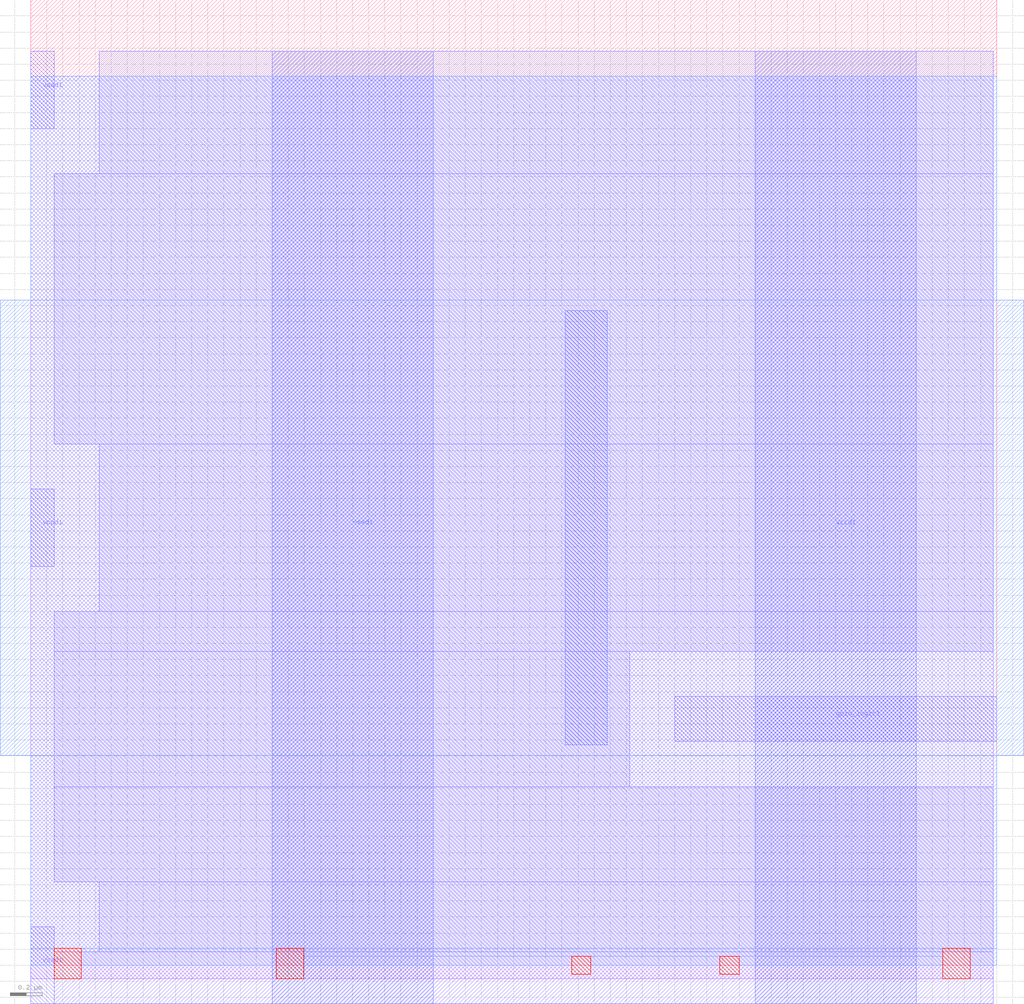
<source format=lef>
VERSION 5.7 ;
  NOWIREEXTENSIONATPIN ON ;
  DIVIDERCHAR "/" ;
  BUSBITCHARS "[]" ;
MACRO gpio_logic_high
  CLASS BLOCK ;
  FOREIGN gpio_logic_high ;
  ORIGIN 0.000 0.000 ;
  SIZE 6.000 BY 6.000 ;
  PIN gpio_logic1
    DIRECTION OUTPUT ;
    USE SIGNAL ;
    PORT
      LAYER met1 ;
        RECT 4.000 1.390 6.000 1.670 ;
    END
  END gpio_logic1
  PIN vccd1
    DIRECTION INOUT ;
    USE POWER ;
    PORT
      LAYER met2 ;
        RECT 4.500 -0.240 5.500 5.680 ;
    END
    PORT
      LAYER met1 ;
        RECT 0.000 2.480 0.145 2.960 ;
    END
  END vccd1
  PIN vssd1
    DIRECTION INOUT ;
    USE GROUND ;
    PORT
      LAYER met2 ;
        RECT 1.500 -0.240 2.500 5.680 ;
    END
    PORT
      LAYER met1 ;
        RECT 0.000 -0.240 0.145 0.240 ;
    END
    PORT
      LAYER met1 ;
        RECT 0.000 5.200 0.145 5.680 ;
    END
  END vssd1
  OBS
      LAYER nwell ;
        RECT 0.000 4.135 6.000 5.525 ;
        RECT -0.190 1.305 6.170 4.135 ;
        RECT 0.000 0.105 6.000 1.305 ;
        RECT 0.000 0.000 0.145 0.105 ;
      LAYER pwell ;
        RECT 0.145 -0.085 0.315 0.105 ;
      LAYER nwell ;
        RECT 0.315 0.000 1.525 0.105 ;
      LAYER pwell ;
        RECT 1.525 -0.085 1.695 0.105 ;
      LAYER nwell ;
        RECT 1.695 0.055 5.665 0.105 ;
        RECT 1.695 0.000 3.360 0.055 ;
      LAYER pwell ;
        RECT 3.360 -0.055 3.480 0.055 ;
      LAYER nwell ;
        RECT 3.480 0.000 4.280 0.055 ;
      LAYER pwell ;
        RECT 4.280 -0.055 4.400 0.055 ;
      LAYER nwell ;
        RECT 4.400 0.000 5.665 0.055 ;
      LAYER pwell ;
        RECT 5.665 -0.085 5.835 0.105 ;
      LAYER nwell ;
        RECT 5.835 0.000 6.000 0.105 ;
      LAYER li1 ;
        RECT 0.000 -0.085 5.980 5.525 ;
      LAYER met1 ;
        RECT 0.425 4.920 5.980 5.680 ;
        RECT 0.145 3.240 5.980 4.920 ;
        RECT 0.425 2.200 5.980 3.240 ;
        RECT 0.145 1.950 5.980 2.200 ;
        RECT 0.145 1.110 3.720 1.950 ;
        RECT 0.145 0.520 5.980 1.110 ;
        RECT 0.425 0.085 5.980 0.520 ;
        RECT 0.145 -0.240 5.980 0.085 ;
      LAYER met2 ;
        RECT 3.320 1.370 3.580 4.070 ;
  END
END gpio_logic_high
END LIBRARY


</source>
